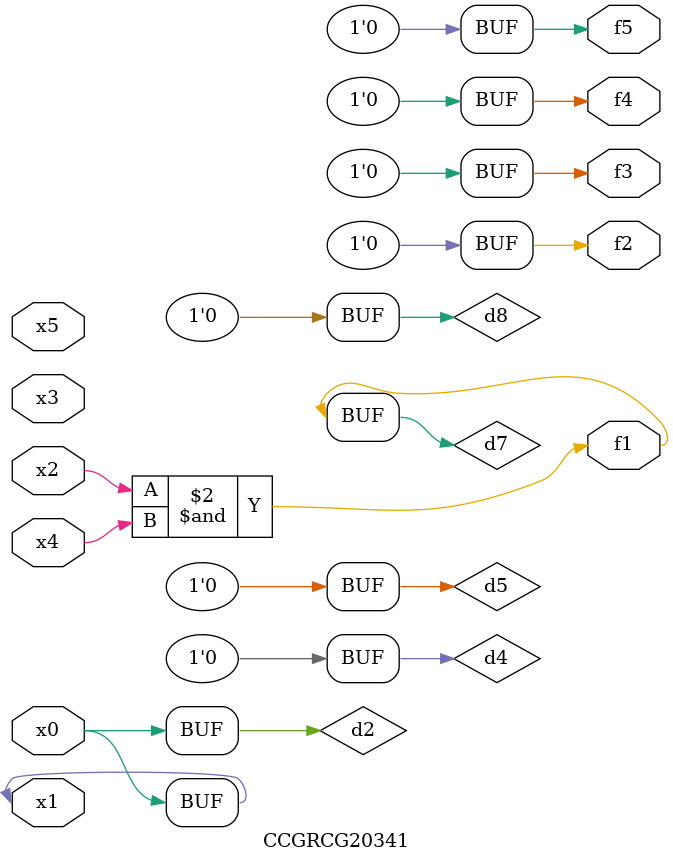
<source format=v>
module CCGRCG20341(
	input x0, x1, x2, x3, x4, x5,
	output f1, f2, f3, f4, f5
);

	wire d1, d2, d3, d4, d5, d6, d7, d8, d9;

	nand (d1, x1);
	buf (d2, x0, x1);
	nand (d3, x2, x4);
	and (d4, d1, d2);
	and (d5, d1, d2);
	nand (d6, d1, d3);
	not (d7, d3);
	xor (d8, d5);
	nor (d9, d5, d6);
	assign f1 = d7;
	assign f2 = d8;
	assign f3 = d8;
	assign f4 = d8;
	assign f5 = d8;
endmodule

</source>
